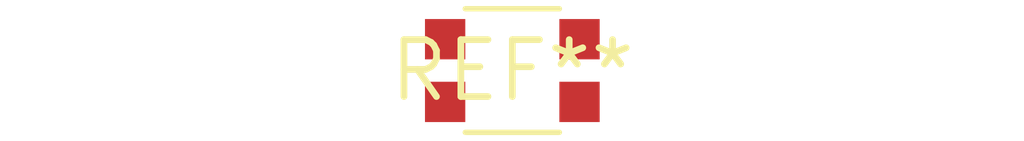
<source format=kicad_pcb>
(kicad_pcb (version 20240108) (generator pcbnew)
  (layers (0 "F.Cu" signal) (31 "B.Cu" signal) (34 "B.Paste" user) (35 "F.Paste" user) (36 "B.SilkS" user "B.Silkscreen") (37 "F.SilkS" user "F.Silkscreen") (38 "B.Mask" user) (39 "F.Mask" user) (44 "Edge.Cuts" user))
  (net 0 "")
  (footprint "R_Array_Convex_2x1206" (layer "F.Cu") (at 0 0)
    (property "Reference" "REF**")
    (property "Value" "R_Array_Convex_2x1206")
    (fp_line (start 1.05 -1.38) (end -1.05 -1.38) (layer "F.SilkS") (stroke (width 0.12)))
    (fp_line (start 1.05 1.38) (end -1.05 1.38) (layer "F.SilkS") (stroke (width 0.12)))
    (pad "1" smd rect (at -1.5 -0.7) (size 0.9 0.9) (layers "F.Cu" "F.Paste" "F.Mask"))
    (pad "2" smd rect (at -1.5 0.7) (size 0.9 0.9) (layers "F.Cu" "F.Paste" "F.Mask"))
    (pad "3" smd rect (at 1.5 0.7) (size 0.9 0.9) (layers "F.Cu" "F.Paste" "F.Mask"))
    (pad "4" smd rect (at 1.5 -0.7) (size 0.9 0.9) (layers "F.Cu" "F.Paste" "F.Mask"))
  )
)
</source>
